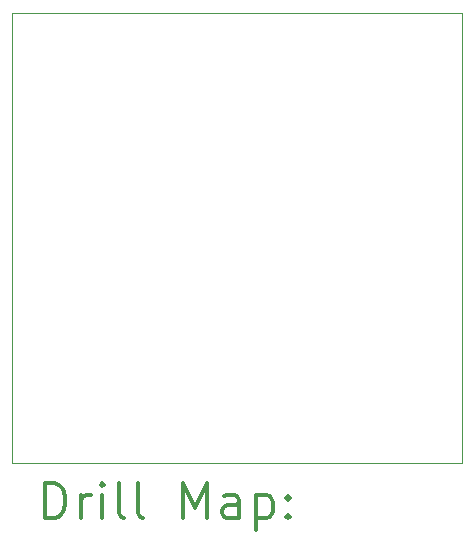
<source format=gbr>
%FSLAX45Y45*%
G04 Gerber Fmt 4.5, Leading zero omitted, Abs format (unit mm)*
G04 Created by KiCad (PCBNEW 5.1.9) date 2021-04-18 01:27:07*
%MOMM*%
%LPD*%
G01*
G04 APERTURE LIST*
%TA.AperFunction,Profile*%
%ADD10C,0.050000*%
%TD*%
%ADD11C,0.200000*%
%ADD12C,0.300000*%
G04 APERTURE END LIST*
D10*
X2413000Y-6223000D02*
X2413000Y-2413000D01*
X6223000Y-6223000D02*
X2413000Y-6223000D01*
X6223000Y-2413000D02*
X6223000Y-6223000D01*
X2413000Y-2413000D02*
X6223000Y-2413000D01*
D11*
D12*
X2696928Y-6691214D02*
X2696928Y-6391214D01*
X2768357Y-6391214D01*
X2811214Y-6405500D01*
X2839786Y-6434071D01*
X2854071Y-6462643D01*
X2868357Y-6519786D01*
X2868357Y-6562643D01*
X2854071Y-6619786D01*
X2839786Y-6648357D01*
X2811214Y-6676929D01*
X2768357Y-6691214D01*
X2696928Y-6691214D01*
X2996928Y-6691214D02*
X2996928Y-6491214D01*
X2996928Y-6548357D02*
X3011214Y-6519786D01*
X3025500Y-6505500D01*
X3054071Y-6491214D01*
X3082643Y-6491214D01*
X3182643Y-6691214D02*
X3182643Y-6491214D01*
X3182643Y-6391214D02*
X3168357Y-6405500D01*
X3182643Y-6419786D01*
X3196928Y-6405500D01*
X3182643Y-6391214D01*
X3182643Y-6419786D01*
X3368357Y-6691214D02*
X3339786Y-6676929D01*
X3325500Y-6648357D01*
X3325500Y-6391214D01*
X3525500Y-6691214D02*
X3496928Y-6676929D01*
X3482643Y-6648357D01*
X3482643Y-6391214D01*
X3868357Y-6691214D02*
X3868357Y-6391214D01*
X3968357Y-6605500D01*
X4068357Y-6391214D01*
X4068357Y-6691214D01*
X4339786Y-6691214D02*
X4339786Y-6534071D01*
X4325500Y-6505500D01*
X4296928Y-6491214D01*
X4239786Y-6491214D01*
X4211214Y-6505500D01*
X4339786Y-6676929D02*
X4311214Y-6691214D01*
X4239786Y-6691214D01*
X4211214Y-6676929D01*
X4196928Y-6648357D01*
X4196928Y-6619786D01*
X4211214Y-6591214D01*
X4239786Y-6576929D01*
X4311214Y-6576929D01*
X4339786Y-6562643D01*
X4482643Y-6491214D02*
X4482643Y-6791214D01*
X4482643Y-6505500D02*
X4511214Y-6491214D01*
X4568357Y-6491214D01*
X4596928Y-6505500D01*
X4611214Y-6519786D01*
X4625500Y-6548357D01*
X4625500Y-6634071D01*
X4611214Y-6662643D01*
X4596928Y-6676929D01*
X4568357Y-6691214D01*
X4511214Y-6691214D01*
X4482643Y-6676929D01*
X4754071Y-6662643D02*
X4768357Y-6676929D01*
X4754071Y-6691214D01*
X4739786Y-6676929D01*
X4754071Y-6662643D01*
X4754071Y-6691214D01*
X4754071Y-6505500D02*
X4768357Y-6519786D01*
X4754071Y-6534071D01*
X4739786Y-6519786D01*
X4754071Y-6505500D01*
X4754071Y-6534071D01*
M02*

</source>
